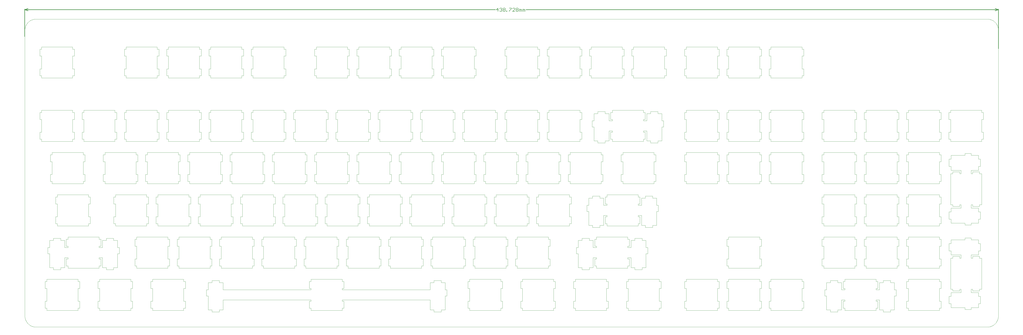
<source format=gm1>
G04*
G04 #@! TF.GenerationSoftware,Altium Limited,Altium Designer,20.2.6 (244)*
G04*
G04 Layer_Color=16711935*
%FSLAX25Y25*%
%MOIN*%
G70*
G04*
G04 #@! TF.SameCoordinates,8783345C-70B6-4638-A87A-2BD6F103B021*
G04*
G04*
G04 #@! TF.FilePolarity,Positive*
G04*
G01*
G75*
%ADD10C,0.01000*%
%ADD13C,0.00600*%
%ADD49C,0.00050*%
D10*
X1726902Y494835D02*
Y565300D01*
X-374Y516600D02*
Y565300D01*
X888756Y564300D02*
X1726902D01*
X-374D02*
X834572D01*
X1720902Y566300D02*
X1726902Y564300D01*
X1720902Y562300D02*
X1726902Y564300D01*
X-374D02*
X5626Y562300D01*
X-374Y564300D02*
X5626Y566300D01*
D13*
X839171Y560701D02*
Y566699D01*
X836172Y563700D01*
X840171D01*
X842170Y565699D02*
X843170Y566699D01*
X845169D01*
X846169Y565699D01*
Y564700D01*
X845169Y563700D01*
X844169D01*
X845169D01*
X846169Y562700D01*
Y561701D01*
X845169Y560701D01*
X843170D01*
X842170Y561701D01*
X848168Y565699D02*
X849168Y566699D01*
X851167D01*
X852167Y565699D01*
Y564700D01*
X851167Y563700D01*
X852167Y562700D01*
Y561701D01*
X851167Y560701D01*
X849168D01*
X848168Y561701D01*
Y562700D01*
X849168Y563700D01*
X848168Y564700D01*
Y565699D01*
X849168Y563700D02*
X851167D01*
X854166Y560701D02*
Y561701D01*
X855166D01*
Y560701D01*
X854166D01*
X859165Y566699D02*
X863163D01*
Y565699D01*
X859165Y561701D01*
Y560701D01*
X869161D02*
X865163D01*
X869161Y564700D01*
Y565699D01*
X868162Y566699D01*
X866162D01*
X865163Y565699D01*
X871161D02*
X872160Y566699D01*
X874160D01*
X875159Y565699D01*
Y564700D01*
X874160Y563700D01*
X875159Y562700D01*
Y561701D01*
X874160Y560701D01*
X872160D01*
X871161Y561701D01*
Y562700D01*
X872160Y563700D01*
X871161Y564700D01*
Y565699D01*
X872160Y563700D02*
X874160D01*
X877159Y560701D02*
Y564700D01*
X878158D01*
X879158Y563700D01*
Y560701D01*
Y563700D01*
X880158Y564700D01*
X881157Y563700D01*
Y560701D01*
X883157D02*
Y564700D01*
X884157D01*
X885156Y563700D01*
Y560701D01*
Y563700D01*
X886156Y564700D01*
X887156Y563700D01*
Y560701D01*
D49*
X984744Y458934D02*
X987897D01*
X984744Y481765D02*
X987897D01*
X984744Y493974D02*
X987897D01*
X1001476Y458934D02*
X1004630D01*
X1001476Y481765D02*
X1004630D01*
X1001476Y493974D02*
X1004630D01*
X1059744Y458934D02*
X1062897D01*
X1059744Y481765D02*
X1062897D01*
X1059744Y493974D02*
X1062897D01*
X984744Y458934D02*
Y481765D01*
Y493974D02*
Y497911D01*
X1004630Y458934D02*
Y481765D01*
Y493974D02*
Y497911D01*
X1059744Y458934D02*
Y481765D01*
Y493974D02*
Y497911D01*
X987897Y446730D02*
Y458934D01*
Y481765D02*
Y493974D01*
X1001476Y481765D02*
Y493974D01*
Y446730D02*
Y458934D01*
X1062897Y446730D02*
Y458934D01*
Y481765D02*
Y493974D01*
X1076476Y481765D02*
Y493974D01*
Y446730D02*
Y458934D01*
X1079630D01*
X1076476Y481765D02*
X1079630D01*
X1076476Y493974D02*
X1079630D01*
Y458934D02*
Y481765D01*
Y493974D02*
Y497911D01*
X929630D02*
X984744D01*
X1079630D02*
X1134744D01*
X1004630D02*
X1059744D01*
X29623D02*
X84744D01*
Y493974D02*
Y497911D01*
Y493974D02*
X87896D01*
Y481765D02*
Y493974D01*
X84744Y481765D02*
X87896D01*
X84744Y458934D02*
Y481765D01*
Y458934D02*
X87896D01*
Y446730D02*
Y458934D01*
X84744Y446730D02*
X87896D01*
X84744Y442789D02*
Y446730D01*
X29623Y442789D02*
X84744D01*
X29623D02*
Y446730D01*
X26476D02*
X29623D01*
X26476D02*
Y458934D01*
X29623D01*
Y481765D01*
X26476D02*
X29623D01*
X26476D02*
Y493974D01*
X29623D01*
Y497911D01*
X179629D02*
X234744D01*
Y493974D02*
Y497911D01*
Y493974D02*
X237897D01*
Y481765D02*
Y493974D01*
X234744Y481765D02*
X237897D01*
X234744Y458934D02*
Y481765D01*
Y458934D02*
X237897D01*
Y446730D02*
Y458934D01*
X234744Y446730D02*
X237897D01*
X234744Y442789D02*
Y446730D01*
X179629Y442789D02*
X234744D01*
X179629D02*
Y446730D01*
X176476D02*
X179629D01*
X176476D02*
Y458934D01*
X179629D01*
Y481765D01*
X176476D02*
X179629D01*
X176476D02*
Y493974D01*
X179629D01*
Y497911D01*
X254629D02*
X309744D01*
Y493974D02*
Y497911D01*
Y493974D02*
X312897D01*
Y481765D02*
Y493974D01*
X309744Y481765D02*
X312897D01*
X309744Y458934D02*
Y481765D01*
Y458934D02*
X312897D01*
Y446730D02*
Y458934D01*
X309744Y446730D02*
X312897D01*
X309744Y442789D02*
Y446730D01*
X254629Y442789D02*
X309744D01*
X254629D02*
Y446730D01*
X251476D02*
X254629D01*
X251476D02*
Y458934D01*
X254629D01*
Y481765D01*
X251476D02*
X254629D01*
X251476D02*
Y493974D01*
X254629D01*
Y497911D01*
X329629D02*
X384744D01*
Y493974D02*
Y497911D01*
Y493974D02*
X387891D01*
Y481765D02*
Y493974D01*
X384744Y481765D02*
X387891D01*
X384744Y458934D02*
Y481765D01*
Y458934D02*
X387891D01*
Y446730D02*
Y458934D01*
X384744Y446730D02*
X387891D01*
X384744Y442789D02*
Y446730D01*
X329629Y442789D02*
X384744D01*
X329629D02*
Y446730D01*
X326476D02*
X329629D01*
X326476D02*
Y458934D01*
X329629D01*
Y481765D01*
X326476D02*
X329629D01*
X326476D02*
Y493974D01*
X329629D01*
Y497911D01*
X404622D02*
X459744D01*
Y493974D02*
Y497911D01*
Y493974D02*
X462890D01*
Y481765D02*
Y493974D01*
X459744Y481765D02*
X462890D01*
X459744Y458934D02*
Y481765D01*
Y458934D02*
X462890D01*
Y446730D02*
Y458934D01*
X459744Y446730D02*
X462890D01*
X459744Y442789D02*
Y446730D01*
X404622Y442789D02*
X459744D01*
X404622D02*
Y446730D01*
X401476D02*
X404622D01*
X401476D02*
Y458934D01*
X404622D01*
Y481765D01*
X401476D02*
X404622D01*
X401476D02*
Y493974D01*
X404622D01*
Y497911D01*
X517130D02*
X572244D01*
Y493974D02*
Y497911D01*
Y493974D02*
X575397D01*
Y481765D02*
Y493974D01*
X572244Y481765D02*
X575397D01*
X572244Y458934D02*
Y481765D01*
Y458934D02*
X575397D01*
Y446730D02*
Y458934D01*
X572244Y446730D02*
X575397D01*
X572244Y442789D02*
Y446730D01*
X517130Y442789D02*
X572244D01*
X517130D02*
Y446730D01*
X513976D02*
X517130D01*
X513976D02*
Y458934D01*
X517130D01*
Y481765D01*
X513976D02*
X517130D01*
X513976D02*
Y493974D01*
X517130D01*
Y497911D01*
X592130D02*
X647244D01*
Y493974D02*
Y497911D01*
Y493974D02*
X650397D01*
Y481765D02*
Y493974D01*
X647244Y481765D02*
X650397D01*
X647244Y458934D02*
Y481765D01*
Y458934D02*
X650397D01*
Y446730D02*
Y458934D01*
X647244Y446730D02*
X650397D01*
X647244Y442789D02*
Y446730D01*
X592130Y442789D02*
X647244D01*
X592130D02*
Y446730D01*
X588976D02*
X592130D01*
X588976D02*
Y458934D01*
X592130D01*
Y481765D01*
X588976D02*
X592130D01*
X588976D02*
Y493974D01*
X592130D01*
Y497911D01*
X667130D02*
X722244D01*
Y493974D02*
Y497911D01*
Y493974D02*
X725397D01*
Y481765D02*
Y493974D01*
X722244Y481765D02*
X725397D01*
X722244Y458934D02*
Y481765D01*
Y458934D02*
X725397D01*
Y446730D02*
Y458934D01*
X722244Y446730D02*
X725397D01*
X722244Y442789D02*
Y446730D01*
X667130Y442789D02*
X722244D01*
X667130D02*
Y446730D01*
X663976D02*
X667130D01*
X663976D02*
Y458934D01*
X667130D01*
Y481765D01*
X663976D02*
X667130D01*
X663976D02*
Y493974D01*
X667130D01*
Y497911D01*
X742130D02*
X797244D01*
Y493974D02*
Y497911D01*
Y493974D02*
X800397D01*
Y481765D02*
Y493974D01*
X797244Y481765D02*
X800397D01*
X797244Y458934D02*
Y481765D01*
Y458934D02*
X800397D01*
Y446730D02*
Y458934D01*
X797244Y446730D02*
X800397D01*
X797244Y442789D02*
Y446730D01*
X742130Y442789D02*
X797244D01*
X742130D02*
Y446730D01*
X738976D02*
X742130D01*
X738976D02*
Y458934D01*
X742130D01*
Y481765D01*
X738976D02*
X742130D01*
X738976D02*
Y493974D01*
X742130D01*
Y497911D01*
X854630D02*
X909744D01*
Y493974D02*
Y497911D01*
Y493974D02*
X912897D01*
Y481765D02*
Y493974D01*
X909744Y481765D02*
X912897D01*
X909744Y458934D02*
Y481765D01*
Y458934D02*
X912897D01*
Y446730D02*
Y458934D01*
X909744Y446730D02*
X912897D01*
X909744Y442789D02*
Y446730D01*
X854630Y442789D02*
X909744D01*
X854630D02*
Y446730D01*
X851476D02*
X854630D01*
X851476D02*
Y458934D01*
X854630D01*
Y481765D01*
X851476D02*
X854630D01*
X851476D02*
Y493974D01*
X854630D01*
Y497911D01*
X984744Y446730D02*
X987897D01*
X984744Y442789D02*
Y446730D01*
X929630Y442789D02*
X984744D01*
X929630D02*
Y446730D01*
X926476D02*
X929630D01*
X926476D02*
Y458934D01*
X929630D01*
Y481765D01*
X926476D02*
X929630D01*
X926476D02*
Y493974D01*
X929630D01*
Y497911D01*
X1059744Y446730D02*
X1062897D01*
X1059744Y442789D02*
Y446730D01*
X1004630Y442789D02*
X1059744D01*
X1004630D02*
Y446730D01*
X1001476D02*
X1004630D01*
X1134744Y493974D02*
Y497911D01*
Y493974D02*
X1137897D01*
Y481765D02*
Y493974D01*
X1134744Y481765D02*
X1137897D01*
X1134744Y458934D02*
Y481765D01*
Y458934D02*
X1137897D01*
Y446730D02*
Y458934D01*
X1134744Y446730D02*
X1137897D01*
X1134744Y442789D02*
Y446730D01*
X1079630Y442789D02*
X1134744D01*
X1079630D02*
Y446730D01*
X1076476D02*
X1079630D01*
X1173378Y497911D02*
X1228492D01*
Y493974D02*
Y497911D01*
Y493974D02*
X1231642D01*
Y481765D02*
Y493974D01*
X1228492Y481765D02*
X1231642D01*
X1228492Y458934D02*
Y481765D01*
Y458934D02*
X1231642D01*
Y446730D02*
Y458934D01*
X1228492Y446730D02*
X1231642D01*
X1228492Y442789D02*
Y446730D01*
X1173378Y442789D02*
X1228492D01*
X1173378D02*
Y446730D01*
X1170224D02*
X1173378D01*
X1170224D02*
Y458934D01*
X1173378D01*
Y481765D01*
X1170224D02*
X1173378D01*
X1170224D02*
Y493974D01*
X1173378D01*
Y497911D01*
X1248378D02*
X1303492D01*
Y493974D02*
Y497911D01*
Y493974D02*
X1306642D01*
Y481765D02*
Y493974D01*
X1303492Y481765D02*
X1306642D01*
X1303492Y458934D02*
Y481765D01*
Y458934D02*
X1306642D01*
Y446730D02*
Y458934D01*
X1303492Y446730D02*
X1306642D01*
X1303492Y442789D02*
Y446730D01*
X1248378Y442789D02*
X1303492D01*
X1248378D02*
Y446730D01*
X1245224D02*
X1248378D01*
X1245224D02*
Y458934D01*
X1248378D01*
Y481765D01*
X1245224D02*
X1248378D01*
X1245224D02*
Y493974D01*
X1248378D01*
Y497911D01*
X1323378D02*
X1378492D01*
Y493974D02*
Y497911D01*
Y493974D02*
X1381642D01*
Y481765D02*
Y493974D01*
X1378492Y481765D02*
X1381642D01*
X1378492Y458934D02*
Y481765D01*
Y458934D02*
X1381642D01*
Y446730D02*
Y458934D01*
X1378492Y446730D02*
X1381642D01*
X1378492Y442789D02*
Y446730D01*
X1323378Y442789D02*
X1378492D01*
X1323378D02*
Y446730D01*
X1320224D02*
X1323378D01*
X1320224D02*
Y458934D01*
X1323378D01*
Y481765D01*
X1320224D02*
X1323378D01*
X1320224D02*
Y493974D01*
X1323378D01*
Y497911D01*
X29623Y385412D02*
X84744D01*
Y381473D02*
Y385412D01*
Y381473D02*
X87896D01*
Y369266D02*
Y381473D01*
X84744Y369266D02*
X87896D01*
X84744Y346435D02*
Y369266D01*
Y346435D02*
X87896D01*
Y334228D02*
Y346435D01*
X84744Y334228D02*
X87896D01*
X84744Y330290D02*
Y334228D01*
X29623Y330290D02*
X84744D01*
X29623D02*
Y334228D01*
X26476D02*
X29623D01*
X26476D02*
Y346435D01*
X29623D01*
Y369266D01*
X26476D02*
X29623D01*
X26476D02*
Y381473D01*
X29623D01*
Y385412D01*
X104628D02*
X159744D01*
Y381473D02*
Y385412D01*
Y381473D02*
X162897D01*
Y369266D02*
Y381473D01*
X159744Y369266D02*
X162897D01*
X159744Y346435D02*
Y369266D01*
Y346435D02*
X162897D01*
Y334228D02*
Y346435D01*
X159744Y334228D02*
X162897D01*
X159744Y330290D02*
Y334228D01*
X104628Y330290D02*
X159744D01*
X104628D02*
Y334228D01*
X101476D02*
X104628D01*
X101476D02*
Y346435D01*
X104628D01*
Y369266D01*
X101476D02*
X104628D01*
X101476D02*
Y381473D01*
X104628D01*
Y385412D01*
X179629D02*
X234744D01*
Y381473D02*
Y385412D01*
Y381473D02*
X237897D01*
Y369266D02*
Y381473D01*
X234744Y369266D02*
X237897D01*
X234744Y346435D02*
Y369266D01*
Y346435D02*
X237897D01*
Y334228D02*
Y346435D01*
X234744Y334228D02*
X237897D01*
X234744Y330290D02*
Y334228D01*
X179629Y330290D02*
X234744D01*
X179629D02*
Y334228D01*
X176476D02*
X179629D01*
X176476D02*
Y346435D01*
X179629D01*
Y369266D01*
X176476D02*
X179629D01*
X176476D02*
Y381473D01*
X179629D01*
Y385412D01*
X254629D02*
X309744D01*
Y381473D02*
Y385412D01*
Y381473D02*
X312897D01*
Y369266D02*
Y381473D01*
X309744Y369266D02*
X312897D01*
X309744Y346435D02*
Y369266D01*
Y346435D02*
X312897D01*
Y334228D02*
Y346435D01*
X309744Y334228D02*
X312897D01*
X309744Y330290D02*
Y334228D01*
X254629Y330290D02*
X309744D01*
X254629D02*
Y334228D01*
X251476D02*
X254629D01*
X251476D02*
Y346435D01*
X254629D01*
Y369266D01*
X251476D02*
X254629D01*
X251476D02*
Y381473D01*
X254629D01*
Y385412D01*
X329629D02*
X384744D01*
Y381473D02*
Y385412D01*
Y381473D02*
X387891D01*
Y369266D02*
Y381473D01*
X384744Y369266D02*
X387891D01*
X384744Y346435D02*
Y369266D01*
Y346435D02*
X387891D01*
Y334228D02*
Y346435D01*
X384744Y334228D02*
X387891D01*
X384744Y330290D02*
Y334228D01*
X329629Y330290D02*
X384744D01*
X329629D02*
Y334228D01*
X326476D02*
X329629D01*
X326476D02*
Y346435D01*
X329629D01*
Y369266D01*
X326476D02*
X329629D01*
X326476D02*
Y381473D01*
X329629D01*
Y385412D01*
X404622D02*
X459744D01*
Y381473D02*
Y385412D01*
Y381473D02*
X462890D01*
Y369266D02*
Y381473D01*
X459744Y369266D02*
X462890D01*
X459744Y346435D02*
Y369266D01*
Y346435D02*
X462890D01*
Y334228D02*
Y346435D01*
X459744Y334228D02*
X462890D01*
X459744Y330290D02*
Y334228D01*
X404622Y330290D02*
X459744D01*
X404622D02*
Y334228D01*
X401476D02*
X404622D01*
X401476D02*
Y346435D01*
X404622D01*
Y369266D01*
X401476D02*
X404622D01*
X401476D02*
Y381473D01*
X404622D01*
Y385412D01*
X479622D02*
X534744D01*
Y381473D02*
Y385412D01*
Y381473D02*
X537897D01*
Y369266D02*
Y381473D01*
X534744Y369266D02*
X537897D01*
X534744Y346435D02*
Y369266D01*
Y346435D02*
X537897D01*
Y334228D02*
Y346435D01*
X534744Y334228D02*
X537897D01*
X534744Y330290D02*
Y334228D01*
X479622Y330290D02*
X534744D01*
X479622D02*
Y334228D01*
X476476D02*
X479622D01*
X476476D02*
Y346435D01*
X479622D01*
Y369266D01*
X476476D02*
X479622D01*
X476476D02*
Y381473D01*
X479622D01*
Y385412D01*
X554630D02*
X609744D01*
Y381473D02*
Y385412D01*
Y381473D02*
X612897D01*
Y369266D02*
Y381473D01*
X609744Y369266D02*
X612897D01*
X609744Y346435D02*
Y369266D01*
Y346435D02*
X612897D01*
Y334228D02*
Y346435D01*
X609744Y334228D02*
X612897D01*
X609744Y330290D02*
Y334228D01*
X554630Y330290D02*
X609744D01*
X554630D02*
Y334228D01*
X551476D02*
X554630D01*
X551476D02*
Y346435D01*
X554630D01*
Y369266D01*
X551476D02*
X554630D01*
X551476D02*
Y381473D01*
X554630D01*
Y385412D01*
X629630D02*
X684744D01*
Y381473D02*
Y385412D01*
Y381473D02*
X687897D01*
Y369266D02*
Y381473D01*
X684744Y369266D02*
X687897D01*
X684744Y346435D02*
Y369266D01*
Y346435D02*
X687897D01*
Y334228D02*
Y346435D01*
X684744Y334228D02*
X687897D01*
X684744Y330290D02*
Y334228D01*
X629630Y330290D02*
X684744D01*
X629630D02*
Y334228D01*
X626476D02*
X629630D01*
X626476D02*
Y346435D01*
X629630D01*
Y369266D01*
X626476D02*
X629630D01*
X626476D02*
Y381473D01*
X629630D01*
Y385412D01*
X704630D02*
X759744D01*
Y381473D02*
Y385412D01*
Y381473D02*
X762897D01*
Y369266D02*
Y381473D01*
X759744Y369266D02*
X762897D01*
X759744Y346435D02*
Y369266D01*
Y346435D02*
X762897D01*
Y334228D02*
Y346435D01*
X759744Y334228D02*
X762897D01*
X759744Y330290D02*
Y334228D01*
X704630Y330290D02*
X759744D01*
X704630D02*
Y334228D01*
X701476D02*
X704630D01*
X701476D02*
Y346435D01*
X704630D01*
Y369266D01*
X701476D02*
X704630D01*
X701476D02*
Y381473D01*
X704630D01*
Y385412D01*
X779630D02*
X834744D01*
Y381473D02*
Y385412D01*
Y381473D02*
X837897D01*
Y369266D02*
Y381473D01*
X834744Y369266D02*
X837897D01*
X834744Y346435D02*
Y369266D01*
Y346435D02*
X837897D01*
Y334228D02*
Y346435D01*
X834744Y334228D02*
X837897D01*
X834744Y330290D02*
Y334228D01*
X779630Y330290D02*
X834744D01*
X779630D02*
Y334228D01*
X776476D02*
X779630D01*
X776476D02*
Y346435D01*
X779630D01*
Y369266D01*
X776476D02*
X779630D01*
X776476D02*
Y381473D01*
X779630D01*
Y385412D01*
X854630D02*
X909744D01*
Y381473D02*
Y385412D01*
Y381473D02*
X912897D01*
Y369266D02*
Y381473D01*
X909744Y369266D02*
X912897D01*
X909744Y346435D02*
Y369266D01*
Y346435D02*
X912897D01*
Y334228D02*
Y346435D01*
X909744Y334228D02*
X912897D01*
X909744Y330290D02*
Y334228D01*
X854630Y330290D02*
X909744D01*
X854630D02*
Y334228D01*
X851476D02*
X854630D01*
X851476D02*
Y346435D01*
X854630D01*
Y369266D01*
X851476D02*
X854630D01*
X851476D02*
Y381473D01*
X854630D01*
Y385412D01*
X929630D02*
X984744D01*
Y381473D02*
Y385412D01*
Y381473D02*
X987897D01*
Y369266D02*
Y381473D01*
X984744Y369266D02*
X987897D01*
X984744Y346435D02*
Y369266D01*
Y346435D02*
X987897D01*
Y334228D02*
Y346435D01*
X984744Y334228D02*
X987897D01*
X984744Y330290D02*
Y334228D01*
X929630Y330290D02*
X984744D01*
X929630D02*
Y334228D01*
X926476D02*
X929630D01*
X926476D02*
Y346435D01*
X929630D01*
Y369266D01*
X926476D02*
X929630D01*
X926476D02*
Y381473D01*
X929630D01*
Y385412D01*
X1173378D02*
X1228492D01*
Y381473D02*
Y385412D01*
Y381473D02*
X1231642D01*
Y369266D02*
Y381473D01*
X1228492Y369266D02*
X1231642D01*
X1228492Y346435D02*
Y369266D01*
Y346435D02*
X1231642D01*
Y334228D02*
Y346435D01*
X1228492Y334228D02*
X1231642D01*
X1228492Y330290D02*
Y334228D01*
X1173378Y330290D02*
X1228492D01*
X1173378D02*
Y334228D01*
X1170224D02*
X1173378D01*
X1170224D02*
Y346435D01*
X1173378D01*
Y369266D01*
X1170224D02*
X1173378D01*
X1170224D02*
Y381473D01*
X1173378D01*
Y385412D01*
X1248378D02*
X1303492D01*
Y381473D02*
Y385412D01*
Y381473D02*
X1306642D01*
Y369266D02*
Y381473D01*
X1303492Y369266D02*
X1306642D01*
X1303492Y346435D02*
Y369266D01*
Y346435D02*
X1306642D01*
Y334228D02*
Y346435D01*
X1303492Y334228D02*
X1306642D01*
X1303492Y330290D02*
Y334228D01*
X1248378Y330290D02*
X1303492D01*
X1248378D02*
Y334228D01*
X1245224D02*
X1248378D01*
X1245224D02*
Y346435D01*
X1248378D01*
Y369266D01*
X1245224D02*
X1248378D01*
X1245224D02*
Y381473D01*
X1248378D01*
Y385412D01*
X1323378D02*
X1378492D01*
Y381473D02*
Y385412D01*
Y381473D02*
X1381642D01*
Y369266D02*
Y381473D01*
X1378492Y369266D02*
X1381642D01*
X1378492Y346435D02*
Y369266D01*
Y346435D02*
X1381642D01*
Y334228D02*
Y346435D01*
X1378492Y334228D02*
X1381642D01*
X1378492Y330290D02*
Y334228D01*
X1323378Y330290D02*
X1378492D01*
X1323378D02*
Y334228D01*
X1320224D02*
X1323378D01*
X1320224D02*
Y346435D01*
X1323378D01*
Y369266D01*
X1320224D02*
X1323378D01*
X1320224D02*
Y381473D01*
X1323378D01*
Y385412D01*
X1417126D02*
X1472252D01*
Y381473D02*
Y385412D01*
Y381473D02*
X1475390D01*
Y369266D02*
Y381473D01*
X1472252Y369266D02*
X1475390D01*
X1472252Y346435D02*
Y369266D01*
Y346435D02*
X1475390D01*
Y334228D02*
Y346435D01*
X1472252Y334228D02*
X1475390D01*
X1472252Y330290D02*
Y334228D01*
X1417126Y330290D02*
X1472252D01*
X1417126D02*
Y334228D01*
X1413972D02*
X1417126D01*
X1413972D02*
Y346435D01*
X1417126D01*
Y369266D01*
X1413972D02*
X1417126D01*
X1413972D02*
Y381473D01*
X1417126D01*
Y385412D01*
X1492126D02*
X1547252D01*
Y381473D02*
Y385412D01*
Y381473D02*
X1550390D01*
Y369266D02*
Y381473D01*
X1547252Y369266D02*
X1550390D01*
X1547252Y346435D02*
Y369266D01*
Y346435D02*
X1550390D01*
Y334228D02*
Y346435D01*
X1547252Y334228D02*
X1550390D01*
X1547252Y330290D02*
Y334228D01*
X1492126Y330290D02*
X1547252D01*
X1492126D02*
Y334228D01*
X1488972D02*
X1492126D01*
X1488972D02*
Y346435D01*
X1492126D01*
Y369266D01*
X1488972D02*
X1492126D01*
X1488972D02*
Y381473D01*
X1492126D01*
Y385412D01*
X1567126D02*
X1622252D01*
Y381473D02*
Y385412D01*
Y381473D02*
X1625390D01*
Y369266D02*
Y381473D01*
X1622252Y369266D02*
X1625390D01*
X1622252Y346435D02*
Y369266D01*
Y346435D02*
X1625390D01*
Y334228D02*
Y346435D01*
X1622252Y334228D02*
X1625390D01*
X1622252Y330290D02*
Y334228D01*
X1567126Y330290D02*
X1622252D01*
X1567126D02*
Y334228D01*
X1563972D02*
X1567126D01*
X1563972D02*
Y346435D01*
X1567126D01*
Y369266D01*
X1563972D02*
X1567126D01*
X1563972D02*
Y381473D01*
X1567126D01*
Y385412D01*
X1642126D02*
X1697252D01*
Y381473D02*
Y385412D01*
Y381473D02*
X1700390D01*
Y369266D02*
Y381473D01*
X1697252Y369266D02*
X1700390D01*
X1697252Y346435D02*
Y369266D01*
Y346435D02*
X1700390D01*
Y334228D02*
Y346435D01*
X1697252Y334228D02*
X1700390D01*
X1697252Y330290D02*
Y334228D01*
X1642126Y330290D02*
X1697252D01*
X1642126D02*
Y334228D01*
X1638972D02*
X1642126D01*
X1638972D02*
Y346435D01*
X1642126D01*
Y369266D01*
X1638972D02*
X1642126D01*
X1638972D02*
Y381473D01*
X1642126D01*
Y385412D01*
X1042130D02*
X1097244D01*
Y381473D02*
Y385412D01*
Y381473D02*
X1100397D01*
Y369266D02*
Y381473D01*
X1097244Y369266D02*
X1100397D01*
X1097244Y366905D02*
Y369266D01*
Y366905D02*
X1103248D01*
Y379623D01*
X1110043D01*
Y383246D01*
X1123031D01*
Y379623D02*
Y383246D01*
Y379623D02*
X1129823D01*
Y366905D02*
Y379623D01*
Y366905D02*
X1133075D01*
Y355881D02*
Y366905D01*
X1129823Y355881D02*
X1133075D01*
X1129823Y331195D02*
Y355881D01*
X1123031Y331195D02*
X1129823D01*
X1123031Y327338D02*
Y331195D01*
X1110043Y327338D02*
X1123031D01*
X1110043D02*
Y331195D01*
X1103248D02*
X1110043D01*
X1103248D02*
Y348795D01*
X1097244D02*
X1103248D01*
X1097244Y346435D02*
Y348795D01*
Y346435D02*
X1100397D01*
Y334228D02*
Y346435D01*
X1097244Y334228D02*
X1100397D01*
X1097244Y330290D02*
Y334228D01*
X1042130Y330290D02*
X1097244D01*
X1042130D02*
Y334228D01*
X1038976D02*
X1042130D01*
X1038976D02*
Y346435D01*
X1042130D01*
Y348795D01*
X1036122D02*
X1042130D01*
X1036122Y331195D02*
Y348795D01*
X1029334Y331195D02*
X1036122D01*
X1029334Y327338D02*
Y331195D01*
X1016342Y327338D02*
X1029334D01*
X1016342D02*
Y331195D01*
X1009551D02*
X1016342D01*
X1009551D02*
Y355881D01*
X1006299D02*
X1009551D01*
X1006299D02*
Y366905D01*
X1009551D01*
Y379623D01*
X1016342D01*
Y383246D01*
X1029334D01*
Y379623D02*
Y383246D01*
Y379623D02*
X1036122D01*
Y366905D02*
Y379623D01*
Y366905D02*
X1042130D01*
Y369266D01*
X1038976D02*
X1042130D01*
X1038976D02*
Y381473D01*
X1042130D01*
Y385412D01*
X48378Y310412D02*
X103494D01*
Y306473D02*
Y310412D01*
Y306473D02*
X106641D01*
Y294266D02*
Y306473D01*
X103494Y294266D02*
X106641D01*
X103494Y271435D02*
Y294266D01*
Y271435D02*
X106641D01*
Y259228D02*
Y271435D01*
X103494Y259228D02*
X106641D01*
X103494Y255290D02*
Y259228D01*
X48378Y255290D02*
X103494D01*
X48378D02*
Y259228D01*
X45226D02*
X48378D01*
X45226D02*
Y271435D01*
X48378D01*
Y294266D01*
X45226D02*
X48378D01*
X45226D02*
Y306473D01*
X48378D01*
Y310412D01*
X142129D02*
X197244D01*
Y306473D02*
Y310412D01*
Y306473D02*
X200397D01*
Y294266D02*
Y306473D01*
X197244Y294266D02*
X200397D01*
X197244Y271435D02*
Y294266D01*
Y271435D02*
X200397D01*
Y259228D02*
Y271435D01*
X197244Y259228D02*
X200397D01*
X197244Y255290D02*
Y259228D01*
X142129Y255290D02*
X197244D01*
X142129D02*
Y259228D01*
X138976D02*
X142129D01*
X138976D02*
Y271435D01*
X142129D01*
Y294266D01*
X138976D02*
X142129D01*
X138976D02*
Y306473D01*
X142129D01*
Y310412D01*
X217129D02*
X272244D01*
Y306473D02*
Y310412D01*
Y306473D02*
X275397D01*
Y294266D02*
Y306473D01*
X272244Y294266D02*
X275397D01*
X272244Y271435D02*
Y294266D01*
Y271435D02*
X275397D01*
Y259228D02*
Y271435D01*
X272244Y259228D02*
X275397D01*
X272244Y255290D02*
Y259228D01*
X217129Y255290D02*
X272244D01*
X217129D02*
Y259228D01*
X213976D02*
X217129D01*
X213976D02*
Y271435D01*
X217129D01*
Y294266D01*
X213976D02*
X217129D01*
X213976D02*
Y306473D01*
X217129D01*
Y310412D01*
X292129D02*
X347244D01*
Y306473D02*
Y310412D01*
Y306473D02*
X350397D01*
Y294266D02*
Y306473D01*
X347244Y294266D02*
X350397D01*
X347244Y271435D02*
Y294266D01*
Y271435D02*
X350397D01*
Y259228D02*
Y271435D01*
X347244Y259228D02*
X350397D01*
X347244Y255290D02*
Y259228D01*
X292129Y255290D02*
X347244D01*
X292129D02*
Y259228D01*
X288976D02*
X292129D01*
X288976D02*
Y271435D01*
X292129D01*
Y294266D01*
X288976D02*
X292129D01*
X288976D02*
Y306473D01*
X292129D01*
Y310412D01*
X367129D02*
X422244D01*
Y306473D02*
Y310412D01*
Y306473D02*
X425397D01*
Y294266D02*
Y306473D01*
X422244Y294266D02*
X425397D01*
X422244Y271435D02*
Y294266D01*
Y271435D02*
X425397D01*
Y259228D02*
Y271435D01*
X422244Y259228D02*
X425397D01*
X422244Y255290D02*
Y259228D01*
X367129Y255290D02*
X422244D01*
X367129D02*
Y259228D01*
X363976D02*
X367129D01*
X363976D02*
Y271435D01*
X367129D01*
Y294266D01*
X363976D02*
X367129D01*
X363976D02*
Y306473D01*
X367129D01*
Y310412D01*
X442130D02*
X497244D01*
Y306473D02*
Y310412D01*
Y306473D02*
X500397D01*
Y294266D02*
Y306473D01*
X497244Y294266D02*
X500397D01*
X497244Y271435D02*
Y294266D01*
Y271435D02*
X500397D01*
Y259228D02*
Y271435D01*
X497244Y259228D02*
X500397D01*
X497244Y255290D02*
Y259228D01*
X442130Y255290D02*
X497244D01*
X442130D02*
Y259228D01*
X438976D02*
X442130D01*
X438976D02*
Y271435D01*
X442130D01*
Y294266D01*
X438976D02*
X442130D01*
X438976D02*
Y306473D01*
X442130D01*
Y310412D01*
X517130D02*
X572244D01*
Y306473D02*
Y310412D01*
Y306473D02*
X575397D01*
Y294266D02*
Y306473D01*
X572244Y294266D02*
X575397D01*
X572244Y271435D02*
Y294266D01*
Y271435D02*
X575397D01*
Y259228D02*
Y271435D01*
X572244Y259228D02*
X575397D01*
X572244Y255290D02*
Y259228D01*
X517130Y255290D02*
X572244D01*
X517130D02*
Y259228D01*
X513976D02*
X517130D01*
X513976D02*
Y271435D01*
X517130D01*
Y294266D01*
X513976D02*
X517130D01*
X513976D02*
Y306473D01*
X517130D01*
Y310412D01*
X592130D02*
X647244D01*
Y306473D02*
Y310412D01*
Y306473D02*
X650397D01*
Y294266D02*
Y306473D01*
X647244Y294266D02*
X650397D01*
X647244Y271435D02*
Y294266D01*
Y271435D02*
X650397D01*
Y259228D02*
Y271435D01*
X647244Y259228D02*
X650397D01*
X647244Y255290D02*
Y259228D01*
X592130Y255290D02*
X647244D01*
X592130D02*
Y259228D01*
X588976D02*
X592130D01*
X588976D02*
Y271435D01*
X592130D01*
Y294266D01*
X588976D02*
X592130D01*
X588976D02*
Y306473D01*
X592130D01*
Y310412D01*
X667130D02*
X722244D01*
Y306473D02*
Y310412D01*
Y306473D02*
X725397D01*
Y294266D02*
Y306473D01*
X722244Y294266D02*
X725397D01*
X722244Y271435D02*
Y294266D01*
Y271435D02*
X725397D01*
Y259228D02*
Y271435D01*
X722244Y259228D02*
X725397D01*
X722244Y255290D02*
Y259228D01*
X667130Y255290D02*
X722244D01*
X667130D02*
Y259228D01*
X663976D02*
X667130D01*
X663976D02*
Y271435D01*
X667130D01*
Y294266D01*
X663976D02*
X667130D01*
X663976D02*
Y306473D01*
X667130D01*
Y310412D01*
X742130D02*
X797244D01*
Y306473D02*
Y310412D01*
Y306473D02*
X800397D01*
Y294266D02*
Y306473D01*
X797244Y294266D02*
X800397D01*
X797244Y271435D02*
Y294266D01*
Y271435D02*
X800397D01*
Y259228D02*
Y271435D01*
X797244Y259228D02*
X800397D01*
X797244Y255290D02*
Y259228D01*
X742130Y255290D02*
X797244D01*
X742130D02*
Y259228D01*
X738976D02*
X742130D01*
X738976D02*
Y271435D01*
X742130D01*
Y294266D01*
X738976D02*
X742130D01*
X738976D02*
Y306473D01*
X742130D01*
Y310412D01*
X817130D02*
X872244D01*
Y306473D02*
Y310412D01*
Y306473D02*
X875397D01*
Y294266D02*
Y306473D01*
X872244Y294266D02*
X875397D01*
X872244Y271435D02*
Y294266D01*
Y271435D02*
X875397D01*
Y259228D02*
Y271435D01*
X872244Y259228D02*
X875397D01*
X872244Y255290D02*
Y259228D01*
X817130Y255290D02*
X872244D01*
X817130D02*
Y259228D01*
X813976D02*
X817130D01*
X813976D02*
Y271435D01*
X817130D01*
Y294266D01*
X813976D02*
X817130D01*
X813976D02*
Y306473D01*
X817130D01*
Y310412D01*
X892130D02*
X947244D01*
Y306473D02*
Y310412D01*
Y306473D02*
X950397D01*
Y294266D02*
Y306473D01*
X947244Y294266D02*
X950397D01*
X947244Y271435D02*
Y294266D01*
Y271435D02*
X950397D01*
Y259228D02*
Y271435D01*
X947244Y259228D02*
X950397D01*
X947244Y255290D02*
Y259228D01*
X892130Y255290D02*
X947244D01*
X892130D02*
Y259228D01*
X888976D02*
X892130D01*
X888976D02*
Y271435D01*
X892130D01*
Y294266D01*
X888976D02*
X892130D01*
X888976D02*
Y306473D01*
X892130D01*
Y310412D01*
X967130D02*
X1022244D01*
Y306473D02*
Y310412D01*
Y306473D02*
X1025397D01*
Y294266D02*
Y306473D01*
X1022244Y294266D02*
X1025397D01*
X1022244Y271435D02*
Y294266D01*
Y271435D02*
X1025397D01*
Y259228D02*
Y271435D01*
X1022244Y259228D02*
X1025397D01*
X1022244Y255290D02*
Y259228D01*
X967130Y255290D02*
X1022244D01*
X967130D02*
Y259228D01*
X963976D02*
X967130D01*
X963976D02*
Y271435D01*
X967130D01*
Y294266D01*
X963976D02*
X967130D01*
X963976D02*
Y306473D01*
X967130D01*
Y310412D01*
X1060878D02*
X1115992D01*
Y306473D02*
Y310412D01*
Y306473D02*
X1119142D01*
Y294266D02*
Y306473D01*
X1115992Y294266D02*
X1119142D01*
X1115992Y271435D02*
Y294266D01*
Y271435D02*
X1119142D01*
Y259228D02*
Y271435D01*
X1115992Y259228D02*
X1119142D01*
X1115992Y255290D02*
Y259228D01*
X1060878Y255290D02*
X1115992D01*
X1060878D02*
Y259228D01*
X1057724D02*
X1060878D01*
X1057724D02*
Y271435D01*
X1060878D01*
Y294266D01*
X1057724D02*
X1060878D01*
X1057724D02*
Y306473D01*
X1060878D01*
Y310412D01*
X1173378D02*
X1228492D01*
Y306473D02*
Y310412D01*
Y306473D02*
X1231642D01*
Y294266D02*
Y306473D01*
X1228492Y294266D02*
X1231642D01*
X1228492Y271435D02*
Y294266D01*
Y271435D02*
X1231642D01*
Y259228D02*
Y271435D01*
X1228492Y259228D02*
X1231642D01*
X1228492Y255290D02*
Y259228D01*
X1173378Y255290D02*
X1228492D01*
X1173378D02*
Y259228D01*
X1170224D02*
X1173378D01*
X1170224D02*
Y271435D01*
X1173378D01*
Y294266D01*
X1170224D02*
X1173378D01*
X1170224D02*
Y306473D01*
X1173378D01*
Y310412D01*
X1248378D02*
X1303492D01*
Y306473D02*
Y310412D01*
Y306473D02*
X1306642D01*
Y294266D02*
Y306473D01*
X1303492Y294266D02*
X1306642D01*
X1303492Y271435D02*
Y294266D01*
Y271435D02*
X1306642D01*
Y259228D02*
Y271435D01*
X1303492Y259228D02*
X1306642D01*
X1303492Y255290D02*
Y259228D01*
X1248378Y255290D02*
X1303492D01*
X1248378D02*
Y259228D01*
X1245224D02*
X1248378D01*
X1245224D02*
Y271435D01*
X1248378D01*
Y294266D01*
X1245224D02*
X1248378D01*
X1245224D02*
Y306473D01*
X1248378D01*
Y310412D01*
X1323378D02*
X1378492D01*
Y306473D02*
Y310412D01*
Y306473D02*
X1381642D01*
Y294266D02*
Y306473D01*
X1378492Y294266D02*
X1381642D01*
X1378492Y271435D02*
Y294266D01*
Y271435D02*
X1381642D01*
Y259228D02*
Y271435D01*
X1378492Y259228D02*
X1381642D01*
X1378492Y255290D02*
Y259228D01*
X1323378Y255290D02*
X1378492D01*
X1323378D02*
Y259228D01*
X1320224D02*
X1323378D01*
X1320224D02*
Y271435D01*
X1323378D01*
Y294266D01*
X1320224D02*
X1323378D01*
X1320224D02*
Y306473D01*
X1323378D01*
Y310412D01*
X1417126D02*
X1472252D01*
Y306473D02*
Y310412D01*
Y306473D02*
X1475390D01*
Y294266D02*
Y306473D01*
X1472252Y294266D02*
X1475390D01*
X1472252Y271435D02*
Y294266D01*
Y271435D02*
X1475390D01*
Y259228D02*
Y271435D01*
X1472252Y259228D02*
X1475390D01*
X1472252Y255290D02*
Y259228D01*
X1417126Y255290D02*
X1472252D01*
X1417126D02*
Y259228D01*
X1413972D02*
X1417126D01*
X1413972D02*
Y271435D01*
X1417126D01*
Y294266D01*
X1413972D02*
X1417126D01*
X1413972D02*
Y306473D01*
X1417126D01*
Y310412D01*
X1492126D02*
X1547252D01*
Y306473D02*
Y310412D01*
Y306473D02*
X1550390D01*
Y294266D02*
Y306473D01*
X1547252Y294266D02*
X1550390D01*
X1547252Y271435D02*
Y294266D01*
Y271435D02*
X1550390D01*
Y259228D02*
Y271435D01*
X1547252Y259228D02*
X1550390D01*
X1547252Y255290D02*
Y259228D01*
X1492126Y255290D02*
X1547252D01*
X1492126D02*
Y259228D01*
X1488972D02*
X1492126D01*
X1488972D02*
Y271435D01*
X1492126D01*
Y294266D01*
X1488972D02*
X1492126D01*
X1488972D02*
Y306473D01*
X1492126D01*
Y310412D01*
X1567126D02*
X1622252D01*
Y306473D02*
Y310412D01*
Y306473D02*
X1625390D01*
Y294266D02*
Y306473D01*
X1622252Y294266D02*
X1625390D01*
X1622252Y271435D02*
Y294266D01*
Y271435D02*
X1625390D01*
Y259228D02*
Y271435D01*
X1622252Y259228D02*
X1625390D01*
X1622252Y255290D02*
Y259228D01*
X1567126Y255290D02*
X1622252D01*
X1567126D02*
Y259228D01*
X1563972D02*
X1567126D01*
X1563972D02*
Y271435D01*
X1567126D01*
Y294266D01*
X1563972D02*
X1567126D01*
X1563972D02*
Y306473D01*
X1567126D01*
Y310412D01*
X1667724Y308735D02*
X1678736D01*
Y305491D02*
Y308735D01*
Y305491D02*
X1691460D01*
Y298698D02*
Y305491D01*
Y298698D02*
X1695082D01*
Y285705D02*
Y298698D01*
X1691460Y285705D02*
X1695082D01*
X1691460Y278912D02*
Y285705D01*
X1678736Y278912D02*
X1691460D01*
X1678736Y272912D02*
Y278912D01*
Y272912D02*
X1681098D01*
Y276058D01*
X1693307D01*
Y272912D02*
Y276058D01*
Y272912D02*
X1697252D01*
Y217790D02*
Y272912D01*
X1693307Y217790D02*
X1697252D01*
X1693307Y214643D02*
Y217790D01*
X1681098Y214643D02*
X1693307D01*
X1681098D02*
Y217790D01*
X1678736D02*
X1681098D01*
X1678736Y211790D02*
Y217790D01*
Y211790D02*
X1691460D01*
Y204996D02*
Y211790D01*
Y204996D02*
X1695082D01*
Y192004D02*
Y204996D01*
X1691460Y192004D02*
X1695082D01*
X1691460Y185211D02*
Y192004D01*
X1678736Y185211D02*
X1691460D01*
X1678736Y181966D02*
Y185211D01*
X1667724Y181966D02*
X1678736D01*
X1667724D02*
Y185211D01*
X1643027D02*
X1667724D01*
X1643027D02*
Y192004D01*
X1639181D02*
X1643027D01*
X1639181D02*
Y204996D01*
X1643027D01*
Y211790D01*
X1660642D01*
Y217790D01*
X1658264D02*
X1660642D01*
X1658264Y214643D02*
Y217790D01*
X1646071Y214643D02*
X1658264D01*
X1646071D02*
Y217790D01*
X1642126D02*
X1646071D01*
X1642126D02*
Y272912D01*
X1646071D01*
Y276058D01*
X1658264D01*
Y272912D02*
Y276058D01*
Y272912D02*
X1660642D01*
Y278912D01*
X1643027D02*
X1660642D01*
X1643027D02*
Y285705D01*
X1639181D02*
X1643027D01*
X1639181D02*
Y298698D01*
X1643027D01*
Y305491D01*
X1667724D01*
Y308735D01*
X57747Y235412D02*
X112869D01*
Y231473D02*
Y235412D01*
Y231473D02*
X116016D01*
Y219266D02*
Y231473D01*
X112869Y219266D02*
X116016D01*
X112869Y196435D02*
Y219266D01*
Y196435D02*
X116016D01*
Y184229D02*
Y196435D01*
X112869Y184229D02*
X116016D01*
X112869Y180290D02*
Y184229D01*
X57747Y180290D02*
X112869D01*
X57747D02*
Y184229D01*
X54601D02*
X57747D01*
X54601D02*
Y196435D01*
X57747D01*
Y219266D01*
X54601D02*
X57747D01*
X54601D02*
Y231473D01*
X57747D01*
Y235412D01*
X160879D02*
X215994D01*
Y231473D02*
Y235412D01*
Y231473D02*
X219141D01*
Y219266D02*
Y231473D01*
X215994Y219266D02*
X219141D01*
X215994Y196435D02*
Y219266D01*
Y196435D02*
X219141D01*
Y184229D02*
Y196435D01*
X215994Y184229D02*
X219141D01*
X215994Y180290D02*
Y184229D01*
X160879Y180290D02*
X215994D01*
X160879D02*
Y184229D01*
X157726D02*
X160879D01*
X157726D02*
Y196435D01*
X160879D01*
Y219266D01*
X157726D02*
X160879D01*
X157726D02*
Y231473D01*
X160879D01*
Y235412D01*
X235879D02*
X290994D01*
Y231473D02*
Y235412D01*
Y231473D02*
X294141D01*
Y219266D02*
Y231473D01*
X290994Y219266D02*
X294141D01*
X290994Y196435D02*
Y219266D01*
Y196435D02*
X294141D01*
Y184229D02*
Y196435D01*
X290994Y184229D02*
X294141D01*
X290994Y180290D02*
Y184229D01*
X235879Y180290D02*
X290994D01*
X235879D02*
Y184229D01*
X232720D02*
X235879D01*
X232720D02*
Y196435D01*
X235879D01*
Y219266D01*
X232720D02*
X235879D01*
X232720D02*
Y231473D01*
X235879D01*
Y235412D01*
X310879D02*
X365994D01*
Y231473D02*
Y235412D01*
Y231473D02*
X369141D01*
Y219266D02*
Y231473D01*
X365994Y219266D02*
X369141D01*
X365994Y196435D02*
Y219266D01*
Y196435D02*
X369141D01*
Y184229D02*
Y196435D01*
X365994Y184229D02*
X369141D01*
X365994Y180290D02*
Y184229D01*
X310879Y180290D02*
X365994D01*
X310879D02*
Y184229D01*
X307726D02*
X310879D01*
X307726D02*
Y196435D01*
X310879D01*
Y219266D01*
X307726D02*
X310879D01*
X307726D02*
Y231473D01*
X310879D01*
Y235412D01*
X385879D02*
X440992D01*
Y231473D02*
Y235412D01*
Y231473D02*
X444142D01*
Y219266D02*
Y231473D01*
X440992Y219266D02*
X444142D01*
X440992Y196435D02*
Y219266D01*
Y196435D02*
X444142D01*
Y184229D02*
Y196435D01*
X440992Y184229D02*
X444142D01*
X440992Y180290D02*
Y184229D01*
X385879Y180290D02*
X440992D01*
X385879D02*
Y184229D01*
X382726D02*
X385879D01*
X382726D02*
Y196435D01*
X385879D01*
Y219266D01*
X382726D02*
X385879D01*
X382726D02*
Y231473D01*
X385879D01*
Y235412D01*
X460878D02*
X515992D01*
Y231473D02*
Y235412D01*
Y231473D02*
X519142D01*
Y219266D02*
Y231473D01*
X515992Y219266D02*
X519142D01*
X515992Y196435D02*
Y219266D01*
Y196435D02*
X519142D01*
Y184229D02*
Y196435D01*
X515992Y184229D02*
X519142D01*
X515992Y180290D02*
Y184229D01*
X460878Y180290D02*
X515992D01*
X460878D02*
Y184229D01*
X457724D02*
X460878D01*
X457724D02*
Y196435D01*
X460878D01*
Y219266D01*
X457724D02*
X460878D01*
X457724D02*
Y231473D01*
X460878D01*
Y235412D01*
X535878D02*
X590992D01*
Y231473D02*
Y235412D01*
Y231473D02*
X594142D01*
Y219266D02*
Y231473D01*
X590992Y219266D02*
X594142D01*
X590992Y196435D02*
Y219266D01*
Y196435D02*
X594142D01*
Y184229D02*
Y196435D01*
X590992Y184229D02*
X594142D01*
X590992Y180290D02*
Y184229D01*
X535878Y180290D02*
X590992D01*
X535878D02*
Y184229D01*
X532724D02*
X535878D01*
X532724D02*
Y196435D01*
X535878D01*
Y219266D01*
X532724D02*
X535878D01*
X532724D02*
Y231473D01*
X535878D01*
Y235412D01*
X610878D02*
X665992D01*
Y231473D02*
Y235412D01*
Y231473D02*
X669142D01*
Y219266D02*
Y231473D01*
X665992Y219266D02*
X669142D01*
X665992Y196435D02*
Y219266D01*
Y196435D02*
X669142D01*
Y184229D02*
Y196435D01*
X665992Y184229D02*
X669142D01*
X665992Y180290D02*
Y184229D01*
X610878Y180290D02*
X665992D01*
X610878D02*
Y184229D01*
X607724D02*
X610878D01*
X607724D02*
Y196435D01*
X610878D01*
Y219266D01*
X607724D02*
X610878D01*
X607724D02*
Y231473D01*
X610878D01*
Y235412D01*
X685878D02*
X740992D01*
Y231473D02*
Y235412D01*
Y231473D02*
X744142D01*
Y219266D02*
Y231473D01*
X740992Y219266D02*
X744142D01*
X740992Y196435D02*
Y219266D01*
Y196435D02*
X744142D01*
Y184229D02*
Y196435D01*
X740992Y184229D02*
X744142D01*
X740992Y180290D02*
Y184229D01*
X685878Y180290D02*
X740992D01*
X685878D02*
Y184229D01*
X682724D02*
X685878D01*
X682724D02*
Y196435D01*
X685878D01*
Y219266D01*
X682724D02*
X685878D01*
X682724D02*
Y231473D01*
X685878D01*
Y235412D01*
X760878D02*
X815992D01*
Y231473D02*
Y235412D01*
Y231473D02*
X819142D01*
Y219266D02*
Y231473D01*
X815992Y219266D02*
X819142D01*
X815992Y196435D02*
Y219266D01*
Y196435D02*
X819142D01*
Y184229D02*
Y196435D01*
X815992Y184229D02*
X819142D01*
X815992Y180290D02*
Y184229D01*
X760878Y180290D02*
X815992D01*
X760878D02*
Y184229D01*
X757724D02*
X760878D01*
X757724D02*
Y196435D01*
X760878D01*
Y219266D01*
X757724D02*
X760878D01*
X757724D02*
Y231473D01*
X760878D01*
Y235412D01*
X835878D02*
X890992D01*
Y231473D02*
Y235412D01*
Y231473D02*
X894142D01*
Y219266D02*
Y231473D01*
X890992Y219266D02*
X894142D01*
X890992Y196435D02*
Y219266D01*
Y196435D02*
X894142D01*
Y184229D02*
Y196435D01*
X890992Y184229D02*
X894142D01*
X890992Y180290D02*
Y184229D01*
X835878Y180290D02*
X890992D01*
X835878D02*
Y184229D01*
X832724D02*
X835878D01*
X832724D02*
Y196435D01*
X835878D01*
Y219266D01*
X832724D02*
X835878D01*
X832724D02*
Y231473D01*
X835878D01*
Y235412D01*
X910878D02*
X965992D01*
Y231473D02*
Y235412D01*
Y231473D02*
X969142D01*
Y219266D02*
Y231473D01*
X965992Y219266D02*
X969142D01*
X965992Y196435D02*
Y219266D01*
Y196435D02*
X969142D01*
Y184229D02*
Y196435D01*
X965992Y184229D02*
X969142D01*
X965992Y180290D02*
Y184229D01*
X910878Y180290D02*
X965992D01*
X910878D02*
Y184229D01*
X907724D02*
X910878D01*
X907724D02*
Y196435D01*
X910878D01*
Y219266D01*
X907724D02*
X910878D01*
X907724D02*
Y231473D01*
X910878D01*
Y235412D01*
X1417126D02*
X1472252D01*
Y231473D02*
Y235412D01*
Y231473D02*
X1475390D01*
Y219266D02*
Y231473D01*
X1472252Y219266D02*
X1475390D01*
X1472252Y196435D02*
Y219266D01*
Y196435D02*
X1475390D01*
Y184229D02*
Y196435D01*
X1472252Y184229D02*
X1475390D01*
X1472252Y180290D02*
Y184229D01*
X1417126Y180290D02*
X1472252D01*
X1417126D02*
Y184229D01*
X1413972D02*
X1417126D01*
X1413972D02*
Y196435D01*
X1417126D01*
Y219266D01*
X1413972D02*
X1417126D01*
X1413972D02*
Y231473D01*
X1417126D01*
Y235412D01*
X1492126D02*
X1547252D01*
Y231473D02*
Y235412D01*
Y231473D02*
X1550390D01*
Y219266D02*
Y231473D01*
X1547252Y219266D02*
X1550390D01*
X1547252Y196435D02*
Y219266D01*
Y196435D02*
X1550390D01*
Y184229D02*
Y196435D01*
X1547252Y184229D02*
X1550390D01*
X1547252Y180290D02*
Y184229D01*
X1492126Y180290D02*
X1547252D01*
X1492126D02*
Y184229D01*
X1488972D02*
X1492126D01*
X1488972D02*
Y196435D01*
X1492126D01*
Y219266D01*
X1488972D02*
X1492126D01*
X1488972D02*
Y231473D01*
X1492126D01*
Y235412D01*
X1567126D02*
X1622252D01*
Y231473D02*
Y235412D01*
Y231473D02*
X1625390D01*
Y219266D02*
Y231473D01*
X1622252Y219266D02*
X1625390D01*
X1622252Y196435D02*
Y219266D01*
Y196435D02*
X1625390D01*
Y184229D02*
Y196435D01*
X1622252Y184229D02*
X1625390D01*
X1622252Y180290D02*
Y184229D01*
X1567126Y180290D02*
X1622252D01*
X1567126D02*
Y184229D01*
X1563972D02*
X1567126D01*
X1563972D02*
Y196435D01*
X1567126D01*
Y219266D01*
X1563972D02*
X1567126D01*
X1563972D02*
Y231473D01*
X1567126D01*
Y235412D01*
X1032748D02*
X1087870D01*
Y231473D02*
Y235412D01*
Y231473D02*
X1091016D01*
Y219266D02*
Y231473D01*
X1087870Y219266D02*
X1091016D01*
X1087870Y216905D02*
Y219266D01*
Y216905D02*
X1093870D01*
Y229623D01*
X1100661D01*
Y233246D01*
X1113657D01*
Y229623D02*
Y233246D01*
Y229623D02*
X1120449D01*
Y216905D02*
Y229623D01*
Y216905D02*
X1123693D01*
Y205881D02*
Y216905D01*
X1120449Y205881D02*
X1123693D01*
X1120449Y181195D02*
Y205881D01*
X1113657Y181195D02*
X1120449D01*
X1113657Y177338D02*
Y181195D01*
X1100661Y177338D02*
X1113657D01*
X1100661D02*
Y181195D01*
X1093870D02*
X1100661D01*
X1093870D02*
Y198795D01*
X1087870D02*
X1093870D01*
X1087870Y196435D02*
Y198795D01*
Y196435D02*
X1091016D01*
Y184229D02*
Y196435D01*
X1087870Y184229D02*
X1091016D01*
X1087870Y180290D02*
Y184229D01*
X1032748Y180290D02*
X1087870D01*
X1032748D02*
Y184229D01*
X1029602D02*
X1032748D01*
X1029602D02*
Y196435D01*
X1032748D01*
Y198795D01*
X1026748D02*
X1032748D01*
X1026748Y181195D02*
Y198795D01*
X1019957Y181195D02*
X1026748D01*
X1019957Y177338D02*
Y181195D01*
X1006960Y177338D02*
X1019957D01*
X1006960D02*
Y181195D01*
X1000169D02*
X1006960D01*
X1000169D02*
Y205881D01*
X996925D02*
X1000169D01*
X996925D02*
Y216905D01*
X1000169D01*
Y229623D01*
X1006960D01*
Y233246D01*
X1019957D01*
Y229623D02*
Y233246D01*
Y229623D02*
X1026748D01*
Y216905D02*
Y229623D01*
Y216905D02*
X1032748D01*
Y219266D01*
X1029602D02*
X1032748D01*
X1029602D02*
Y231473D01*
X1032748D01*
Y235412D01*
X198379Y160412D02*
X253494D01*
Y156473D02*
Y160412D01*
Y156473D02*
X256641D01*
Y144266D02*
Y156473D01*
X253494Y144266D02*
X256641D01*
X253494Y121435D02*
Y144266D01*
Y121435D02*
X256641D01*
Y109229D02*
Y121435D01*
X253494Y109229D02*
X256641D01*
X253494Y105290D02*
Y109229D01*
X198379Y105290D02*
X253494D01*
X198379D02*
Y109229D01*
X195226D02*
X198379D01*
X195226D02*
Y121435D01*
X198379D01*
Y144266D01*
X195226D02*
X198379D01*
X195226D02*
Y156473D01*
X198379D01*
Y160412D01*
X273379D02*
X328494D01*
Y156473D02*
Y160412D01*
Y156473D02*
X331641D01*
Y144266D02*
Y156473D01*
X328494Y144266D02*
X331641D01*
X328494Y121435D02*
Y144266D01*
Y121435D02*
X331641D01*
Y109229D02*
Y121435D01*
X328494Y109229D02*
X331641D01*
X328494Y105290D02*
Y109229D01*
X273379Y105290D02*
X328494D01*
X273379D02*
Y109229D01*
X270226D02*
X273379D01*
X270226D02*
Y121435D01*
X273379D01*
Y144266D01*
X270226D02*
X273379D01*
X270226D02*
Y156473D01*
X273379D01*
Y160412D01*
X348379D02*
X403492D01*
Y156473D02*
Y160412D01*
Y156473D02*
X406642D01*
Y144266D02*
Y156473D01*
X403492Y144266D02*
X406642D01*
X403492Y121435D02*
Y144266D01*
Y121435D02*
X406642D01*
Y109229D02*
Y121435D01*
X403492Y109229D02*
X406642D01*
X403492Y105290D02*
Y109229D01*
X348379Y105290D02*
X403492D01*
X348379D02*
Y109229D01*
X345226D02*
X348379D01*
X345226D02*
Y121435D01*
X348379D01*
Y144266D01*
X345226D02*
X348379D01*
X345226D02*
Y156473D01*
X348379D01*
Y160412D01*
X423378D02*
X478492D01*
Y156473D02*
Y160412D01*
Y156473D02*
X481642D01*
Y144266D02*
Y156473D01*
X478492Y144266D02*
X481642D01*
X478492Y121435D02*
Y144266D01*
Y121435D02*
X481642D01*
Y109229D02*
Y121435D01*
X478492Y109229D02*
X481642D01*
X478492Y105290D02*
Y109229D01*
X423378Y105290D02*
X478492D01*
X423378D02*
Y109229D01*
X420224D02*
X423378D01*
X420224D02*
Y121435D01*
X423378D01*
Y144266D01*
X420224D02*
X423378D01*
X420224D02*
Y156473D01*
X423378D01*
Y160412D01*
X498378D02*
X553492D01*
Y156473D02*
Y160412D01*
Y156473D02*
X556642D01*
Y144266D02*
Y156473D01*
X553492Y144266D02*
X556642D01*
X553492Y121435D02*
Y144266D01*
Y121435D02*
X556642D01*
Y109229D02*
Y121435D01*
X553492Y109229D02*
X556642D01*
X553492Y105290D02*
Y109229D01*
X498378Y105290D02*
X553492D01*
X498378D02*
Y109229D01*
X495224D02*
X498378D01*
X495224D02*
Y121435D01*
X498378D01*
Y144266D01*
X495224D02*
X498378D01*
X495224D02*
Y156473D01*
X498378D01*
Y160412D01*
X573378D02*
X628492D01*
Y156473D02*
Y160412D01*
Y156473D02*
X631642D01*
Y144266D02*
Y156473D01*
X628492Y144266D02*
X631642D01*
X628492Y121435D02*
Y144266D01*
Y121435D02*
X631642D01*
Y109229D02*
Y121435D01*
X628492Y109229D02*
X631642D01*
X628492Y105290D02*
Y109229D01*
X573378Y105290D02*
X628492D01*
X573378D02*
Y109229D01*
X570224D02*
X573378D01*
X570224D02*
Y121435D01*
X573378D01*
Y144266D01*
X570224D02*
X573378D01*
X570224D02*
Y156473D01*
X573378D01*
Y160412D01*
X648378D02*
X703492D01*
Y156473D02*
Y160412D01*
Y156473D02*
X706642D01*
Y144266D02*
Y156473D01*
X703492Y144266D02*
X706642D01*
X703492Y121435D02*
Y144266D01*
Y121435D02*
X706642D01*
Y109229D02*
Y121435D01*
X703492Y109229D02*
X706642D01*
X703492Y105290D02*
Y109229D01*
X648378Y105290D02*
X703492D01*
X648378D02*
Y109229D01*
X645224D02*
X648378D01*
X645224D02*
Y121435D01*
X648378D01*
Y144266D01*
X645224D02*
X648378D01*
X645224D02*
Y156473D01*
X648378D01*
Y160412D01*
X723378D02*
X778492D01*
Y156473D02*
Y160412D01*
Y156473D02*
X781642D01*
Y144266D02*
Y156473D01*
X778492Y144266D02*
X781642D01*
X778492Y121435D02*
Y144266D01*
Y121435D02*
X781642D01*
Y109229D02*
Y121435D01*
X778492Y109229D02*
X781642D01*
X778492Y105290D02*
Y109229D01*
X723378Y105290D02*
X778492D01*
X723378D02*
Y109229D01*
X720224D02*
X723378D01*
X720224D02*
Y121435D01*
X723378D01*
Y144266D01*
X720224D02*
X723378D01*
X720224D02*
Y156473D01*
X723378D01*
Y160412D01*
X798378D02*
X853492D01*
Y156473D02*
Y160412D01*
Y156473D02*
X856642D01*
Y144266D02*
Y156473D01*
X853492Y144266D02*
X856642D01*
X853492Y121435D02*
Y144266D01*
Y121435D02*
X856642D01*
Y109229D02*
Y121435D01*
X853492Y109229D02*
X856642D01*
X853492Y105290D02*
Y109229D01*
X798378Y105290D02*
X853492D01*
X798378D02*
Y109229D01*
X795224D02*
X798378D01*
X795224D02*
Y121435D01*
X798378D01*
Y144266D01*
X795224D02*
X798378D01*
X795224D02*
Y156473D01*
X798378D01*
Y160412D01*
X873378D02*
X928492D01*
Y156473D02*
Y160412D01*
Y156473D02*
X931642D01*
Y144266D02*
Y156473D01*
X928492Y144266D02*
X931642D01*
X928492Y121435D02*
Y144266D01*
Y121435D02*
X931642D01*
Y109229D02*
Y121435D01*
X928492Y109229D02*
X931642D01*
X928492Y105290D02*
Y109229D01*
X873378Y105290D02*
X928492D01*
X873378D02*
Y109229D01*
X870224D02*
X873378D01*
X870224D02*
Y121435D01*
X873378D01*
Y144266D01*
X870224D02*
X873378D01*
X870224D02*
Y156473D01*
X873378D01*
Y160412D01*
X1248378D02*
X1303492D01*
Y156473D02*
Y160412D01*
Y156473D02*
X1306642D01*
Y144266D02*
Y156473D01*
X1303492Y144266D02*
X1306642D01*
X1303492Y121435D02*
Y144266D01*
Y121435D02*
X1306642D01*
Y109229D02*
Y121435D01*
X1303492Y109229D02*
X1306642D01*
X1303492Y105290D02*
Y109229D01*
X1248378Y105290D02*
X1303492D01*
X1248378D02*
Y109229D01*
X1245224D02*
X1248378D01*
X1245224D02*
Y121435D01*
X1248378D01*
Y144266D01*
X1245224D02*
X1248378D01*
X1245224D02*
Y156473D01*
X1248378D01*
Y160412D01*
X1417126D02*
X1472252D01*
Y156473D02*
Y160412D01*
Y156473D02*
X1475390D01*
Y144266D02*
Y156473D01*
X1472252Y144266D02*
X1475390D01*
X1472252Y121435D02*
Y144266D01*
Y121435D02*
X1475390D01*
Y109229D02*
Y121435D01*
X1472252Y109229D02*
X1475390D01*
X1472252Y105290D02*
Y109229D01*
X1417126Y105290D02*
X1472252D01*
X1417126D02*
Y109229D01*
X1413972D02*
X1417126D01*
X1413972D02*
Y121435D01*
X1417126D01*
Y144266D01*
X1413972D02*
X1417126D01*
X1413972D02*
Y156473D01*
X1417126D01*
Y160412D01*
X1492126D02*
X1547252D01*
Y156473D02*
Y160412D01*
Y156473D02*
X1550390D01*
Y144266D02*
Y156473D01*
X1547252Y144266D02*
X1550390D01*
X1547252Y121435D02*
Y144266D01*
Y121435D02*
X1550390D01*
Y109229D02*
Y121435D01*
X1547252Y109229D02*
X1550390D01*
X1547252Y105290D02*
Y109229D01*
X1492126Y105290D02*
X1547252D01*
X1492126D02*
Y109229D01*
X1488972D02*
X1492126D01*
X1488972D02*
Y121435D01*
X1492126D01*
Y144266D01*
X1488972D02*
X1492126D01*
X1488972D02*
Y156473D01*
X1492126D01*
Y160412D01*
X1567126D02*
X1622252D01*
Y156473D02*
Y160412D01*
Y156473D02*
X1625390D01*
Y144266D02*
Y156473D01*
X1622252Y144266D02*
X1625390D01*
X1622252Y121435D02*
Y144266D01*
Y121435D02*
X1625390D01*
Y109229D02*
Y121435D01*
X1622252Y109229D02*
X1625390D01*
X1622252Y105290D02*
Y109229D01*
X1567126Y105290D02*
X1622252D01*
X1567126D02*
Y109229D01*
X1563972D02*
X1567126D01*
X1563972D02*
Y121435D01*
X1567126D01*
Y144266D01*
X1563972D02*
X1567126D01*
X1563972D02*
Y156473D01*
X1567126D01*
Y160412D01*
X76503D02*
X131619D01*
Y156473D02*
Y160412D01*
Y156473D02*
X134771D01*
Y144266D02*
Y156473D01*
X131619Y144266D02*
X134771D01*
X131619Y141905D02*
Y144266D01*
Y141905D02*
X137625D01*
Y154623D01*
X144418D01*
Y158247D01*
X157407D01*
Y154623D02*
Y158247D01*
Y154623D02*
X164198D01*
Y141905D02*
Y154623D01*
Y141905D02*
X167448D01*
Y130881D02*
Y141905D01*
X164198Y130881D02*
X167448D01*
X164198Y106196D02*
Y130881D01*
X157407Y106196D02*
X164198D01*
X157407Y102338D02*
Y106196D01*
X144418Y102338D02*
X157407D01*
X144418D02*
Y106196D01*
X137625D02*
X144418D01*
X137625D02*
Y123796D01*
X131619D02*
X137625D01*
X131619Y121435D02*
Y123796D01*
Y121435D02*
X134771D01*
Y109229D02*
Y121435D01*
X131619Y109229D02*
X134771D01*
X131619Y105290D02*
Y109229D01*
X76503Y105290D02*
X131619D01*
X76503D02*
Y109229D01*
X73351D02*
X76503D01*
X73351D02*
Y121435D01*
X76503D01*
Y123796D01*
X70497D02*
X76503D01*
X70497Y106196D02*
Y123796D01*
X63705Y106196D02*
X70497D01*
X63705Y102338D02*
Y106196D01*
X50716Y102338D02*
X63705D01*
X50716D02*
Y106196D01*
X43918D02*
X50716D01*
X43918D02*
Y130881D01*
X40674D02*
X43918D01*
X40674D02*
Y141905D01*
X43918D01*
Y154623D01*
X50716D01*
Y158247D01*
X63705D01*
Y154623D02*
Y158247D01*
Y154623D02*
X70497D01*
Y141905D02*
Y154623D01*
Y141905D02*
X76503D01*
Y144266D01*
X73351D02*
X76503D01*
X73351D02*
Y156473D01*
X76503D01*
Y160412D01*
X1014004D02*
X1069118D01*
Y156473D02*
Y160412D01*
Y156473D02*
X1072271D01*
Y144266D02*
Y156473D01*
X1069118Y144266D02*
X1072271D01*
X1069118Y141905D02*
Y144266D01*
Y141905D02*
X1075126D01*
Y154623D01*
X1081917D01*
Y158247D01*
X1094905D01*
Y154623D02*
Y158247D01*
Y154623D02*
X1101697D01*
Y141905D02*
Y154623D01*
Y141905D02*
X1104949D01*
Y130881D02*
Y141905D01*
X1101697Y130881D02*
X1104949D01*
X1101697Y106196D02*
Y130881D01*
X1094905Y106196D02*
X1101697D01*
X1094905Y102338D02*
Y106196D01*
X1081917Y102338D02*
X1094905D01*
X1081917D02*
Y106196D01*
X1075126D02*
X1081917D01*
X1075126D02*
Y123796D01*
X1069118D02*
X1075126D01*
X1069118Y121435D02*
Y123796D01*
Y121435D02*
X1072271D01*
Y109229D02*
Y121435D01*
X1069118Y109229D02*
X1072271D01*
X1069118Y105290D02*
Y109229D01*
X1014004Y105290D02*
X1069118D01*
X1014004D02*
Y109229D01*
X1010850D02*
X1014004D01*
X1010850D02*
Y121435D01*
X1014004D01*
Y123796D01*
X1007996D02*
X1014004D01*
X1007996Y106196D02*
Y123796D01*
X1001205Y106196D02*
X1007996D01*
X1001205Y102338D02*
Y106196D01*
X988212Y102338D02*
X1001205D01*
X988212D02*
Y106196D01*
X981425D02*
X988212D01*
X981425D02*
Y130881D01*
X978173D02*
X981425D01*
X978173D02*
Y141905D01*
X981425D01*
Y154623D01*
X988212D01*
Y158247D01*
X1001205D01*
Y154623D02*
Y158247D01*
Y154623D02*
X1007996D01*
Y141905D02*
Y154623D01*
Y141905D02*
X1014004D01*
Y144266D01*
X1010850D02*
X1014004D01*
X1010850D02*
Y156473D01*
X1014004D01*
Y160412D01*
X1667724Y158736D02*
X1678736D01*
Y155491D02*
Y158736D01*
Y155491D02*
X1691460D01*
Y148698D02*
Y155491D01*
Y148698D02*
X1695082D01*
Y135705D02*
Y148698D01*
X1691460Y135705D02*
X1695082D01*
X1691460Y128912D02*
Y135705D01*
X1678736Y128912D02*
X1691460D01*
X1678736Y122912D02*
Y128912D01*
Y122912D02*
X1681098D01*
Y126058D01*
X1693307D01*
Y122912D02*
Y126058D01*
Y122912D02*
X1697252D01*
Y67790D02*
Y122912D01*
X1693307Y67790D02*
X1697252D01*
X1693307Y64643D02*
Y67790D01*
X1681098Y64643D02*
X1693307D01*
X1681098D02*
Y67790D01*
X1678736D02*
X1681098D01*
X1678736Y61790D02*
Y67790D01*
Y61790D02*
X1691460D01*
Y54997D02*
Y61790D01*
Y54997D02*
X1695082D01*
Y42003D02*
Y54997D01*
X1691460Y42003D02*
X1695082D01*
X1691460Y35210D02*
Y42003D01*
X1678736Y35210D02*
X1691460D01*
X1678736Y31966D02*
Y35210D01*
X1667724Y31966D02*
X1678736D01*
X1667724D02*
Y35210D01*
X1643027D02*
X1667724D01*
X1643027D02*
Y42003D01*
X1639181D02*
X1643027D01*
X1639181D02*
Y54997D01*
X1643027D01*
Y61790D01*
X1660642D01*
Y67790D01*
X1658264D02*
X1660642D01*
X1658264Y64643D02*
Y67790D01*
X1646071Y64643D02*
X1658264D01*
X1646071D02*
Y67790D01*
X1642126D02*
X1646071D01*
X1642126D02*
Y122912D01*
X1646071D01*
Y126058D01*
X1658264D01*
Y122912D02*
Y126058D01*
Y122912D02*
X1660642D01*
Y128912D01*
X1643027D02*
X1660642D01*
X1643027D02*
Y135705D01*
X1639181D02*
X1643027D01*
X1639181D02*
Y148698D01*
X1643027D01*
Y155491D01*
X1667724D01*
Y158736D01*
X39003Y85412D02*
X94119D01*
Y81472D02*
Y85412D01*
Y81472D02*
X97271D01*
Y69266D02*
Y81472D01*
X94119Y69266D02*
X97271D01*
X94119Y46435D02*
Y69266D01*
Y46435D02*
X97271D01*
Y34229D02*
Y46435D01*
X94119Y34229D02*
X97271D01*
X94119Y30290D02*
Y34229D01*
X39003Y30290D02*
X94119D01*
X39003D02*
Y34229D01*
X35851D02*
X39003D01*
X35851D02*
Y46435D01*
X39003D01*
Y69266D01*
X35851D02*
X39003D01*
X35851D02*
Y81472D01*
X39003D01*
Y85412D01*
X132747D02*
X187869D01*
Y81472D02*
Y85412D01*
Y81472D02*
X191016D01*
Y69266D02*
Y81472D01*
X187869Y69266D02*
X191016D01*
X187869Y46435D02*
Y69266D01*
Y46435D02*
X191016D01*
Y34229D02*
Y46435D01*
X187869Y34229D02*
X191016D01*
X187869Y30290D02*
Y34229D01*
X132747Y30290D02*
X187869D01*
X132747D02*
Y34229D01*
X129601D02*
X132747D01*
X129601D02*
Y46435D01*
X132747D01*
Y69266D01*
X129601D02*
X132747D01*
X129601D02*
Y81472D01*
X132747D01*
Y85412D01*
X226504D02*
X281619D01*
Y81472D02*
Y85412D01*
Y81472D02*
X284771D01*
Y69266D02*
Y81472D01*
X281619Y69266D02*
X284771D01*
X281619Y46435D02*
Y69266D01*
Y46435D02*
X284771D01*
Y34229D02*
Y46435D01*
X281619Y34229D02*
X284771D01*
X281619Y30290D02*
Y34229D01*
X226504Y30290D02*
X281619D01*
X226504D02*
Y34229D01*
X223351D02*
X226504D01*
X223351D02*
Y46435D01*
X226504D01*
Y69266D01*
X223351D02*
X226504D01*
X223351D02*
Y81472D01*
X226504D01*
Y85412D01*
X789004D02*
X844118D01*
Y81472D02*
Y85412D01*
Y81472D02*
X847271D01*
Y69266D02*
Y81472D01*
X844118Y69266D02*
X847271D01*
X844118Y46435D02*
Y69266D01*
Y46435D02*
X847271D01*
Y34229D02*
Y46435D01*
X844118Y34229D02*
X847271D01*
X844118Y30290D02*
Y34229D01*
X789004Y30290D02*
X844118D01*
X789004D02*
Y34229D01*
X785850D02*
X789004D01*
X785850D02*
Y46435D01*
X789004D01*
Y69266D01*
X785850D02*
X789004D01*
X785850D02*
Y81472D01*
X789004D01*
Y85412D01*
X882748D02*
X937870D01*
Y81472D02*
Y85412D01*
Y81472D02*
X941016D01*
Y69266D02*
Y81472D01*
X937870Y69266D02*
X941016D01*
X937870Y46435D02*
Y69266D01*
Y46435D02*
X941016D01*
Y34229D02*
Y46435D01*
X937870Y34229D02*
X941016D01*
X937870Y30290D02*
Y34229D01*
X882748Y30290D02*
X937870D01*
X882748D02*
Y34229D01*
X879602D02*
X882748D01*
X879602D02*
Y46435D01*
X882748D01*
Y69266D01*
X879602D02*
X882748D01*
X879602D02*
Y81472D01*
X882748D01*
Y85412D01*
X976504D02*
X1031618D01*
Y81472D02*
Y85412D01*
Y81472D02*
X1034771D01*
Y69266D02*
Y81472D01*
X1031618Y69266D02*
X1034771D01*
X1031618Y46435D02*
Y69266D01*
Y46435D02*
X1034771D01*
Y34229D02*
Y46435D01*
X1031618Y34229D02*
X1034771D01*
X1031618Y30290D02*
Y34229D01*
X976504Y30290D02*
X1031618D01*
X976504D02*
Y34229D01*
X973350D02*
X976504D01*
X973350D02*
Y46435D01*
X976504D01*
Y69266D01*
X973350D02*
X976504D01*
X973350D02*
Y81472D01*
X976504D01*
Y85412D01*
X1070248D02*
X1125370D01*
Y81472D02*
Y85412D01*
Y81472D02*
X1128516D01*
Y69266D02*
Y81472D01*
X1125370Y69266D02*
X1128516D01*
X1125370Y46435D02*
Y69266D01*
Y46435D02*
X1128516D01*
Y34229D02*
Y46435D01*
X1125370Y34229D02*
X1128516D01*
X1125370Y30290D02*
Y34229D01*
X1070248Y30290D02*
X1125370D01*
X1070248D02*
Y34229D01*
X1067102D02*
X1070248D01*
X1067102D02*
Y46435D01*
X1070248D01*
Y69266D01*
X1067102D02*
X1070248D01*
X1067102D02*
Y81472D01*
X1070248D01*
Y85412D01*
X1173378D02*
X1228492D01*
Y81472D02*
Y85412D01*
Y81472D02*
X1231642D01*
Y69266D02*
Y81472D01*
X1228492Y69266D02*
X1231642D01*
X1228492Y46435D02*
Y69266D01*
Y46435D02*
X1231642D01*
Y34229D02*
Y46435D01*
X1228492Y34229D02*
X1231642D01*
X1228492Y30290D02*
Y34229D01*
X1173378Y30290D02*
X1228492D01*
X1173378D02*
Y34229D01*
X1170224D02*
X1173378D01*
X1170224D02*
Y46435D01*
X1173378D01*
Y69266D01*
X1170224D02*
X1173378D01*
X1170224D02*
Y81472D01*
X1173378D01*
Y85412D01*
X1248378D02*
X1303492D01*
Y81472D02*
Y85412D01*
Y81472D02*
X1306642D01*
Y69266D02*
Y81472D01*
X1303492Y69266D02*
X1306642D01*
X1303492Y46435D02*
Y69266D01*
Y46435D02*
X1306642D01*
Y34229D02*
Y46435D01*
X1303492Y34229D02*
X1306642D01*
X1303492Y30290D02*
Y34229D01*
X1248378Y30290D02*
X1303492D01*
X1248378D02*
Y34229D01*
X1245224D02*
X1248378D01*
X1245224D02*
Y46435D01*
X1248378D01*
Y69266D01*
X1245224D02*
X1248378D01*
X1245224D02*
Y81472D01*
X1248378D01*
Y85412D01*
X1323378D02*
X1378492D01*
Y81472D02*
Y85412D01*
Y81472D02*
X1381642D01*
Y69266D02*
Y81472D01*
X1378492Y69266D02*
X1381642D01*
X1378492Y46435D02*
Y69266D01*
Y46435D02*
X1381642D01*
Y34229D02*
Y46435D01*
X1378492Y34229D02*
X1381642D01*
X1378492Y30290D02*
Y34229D01*
X1323378Y30290D02*
X1378492D01*
X1323378D02*
Y34229D01*
X1320224D02*
X1323378D01*
X1320224D02*
Y46435D01*
X1323378D01*
Y69266D01*
X1320224D02*
X1323378D01*
X1320224D02*
Y81472D01*
X1323378D01*
Y85412D01*
X1567126D02*
X1622252D01*
Y81472D02*
Y85412D01*
Y81472D02*
X1625390D01*
Y69266D02*
Y81472D01*
X1622252Y69266D02*
X1625390D01*
X1622252Y46435D02*
Y69266D01*
Y46435D02*
X1625390D01*
Y34229D02*
Y46435D01*
X1622252Y34229D02*
X1625390D01*
X1622252Y30290D02*
Y34229D01*
X1567126Y30290D02*
X1622252D01*
X1567126D02*
Y34229D01*
X1563972D02*
X1567126D01*
X1563972D02*
Y46435D01*
X1567126D01*
Y69266D01*
X1563972D02*
X1567126D01*
X1563972D02*
Y81472D01*
X1567126D01*
Y85412D01*
X507748D02*
X562870D01*
Y81472D02*
Y85412D01*
Y81472D02*
X566016D01*
Y69266D02*
Y81472D01*
X562870Y69266D02*
X566016D01*
X562870Y66905D02*
Y69266D01*
Y66905D02*
X718870D01*
Y79623D01*
X725661D01*
Y83246D01*
X738657D01*
Y79623D02*
Y83246D01*
Y79623D02*
X745449D01*
Y66905D02*
Y79623D01*
Y66905D02*
X748693D01*
Y55881D02*
Y66905D01*
X745449Y55881D02*
X748693D01*
X745449Y31196D02*
Y55881D01*
X738657Y31196D02*
X745449D01*
X738657Y27338D02*
Y31196D01*
X725661Y27338D02*
X738657D01*
X725661D02*
Y31196D01*
X718870D02*
X725661D01*
X718870D02*
Y48796D01*
X562870D02*
X718870D01*
X562870Y46435D02*
Y48796D01*
Y46435D02*
X566016D01*
Y34229D02*
Y46435D01*
X562870Y34229D02*
X566016D01*
X562870Y30290D02*
Y34229D01*
X507748Y30290D02*
X562870D01*
X507748D02*
Y34229D01*
X504602D02*
X507748D01*
X504602D02*
Y46435D01*
X507748D01*
Y48796D01*
X351747D02*
X507748D01*
X351747Y31196D02*
Y48796D01*
X344955Y31196D02*
X351747D01*
X344955Y27338D02*
Y31196D01*
X331960Y27338D02*
X344955D01*
X331960D02*
Y31196D01*
X325169D02*
X331960D01*
X325169D02*
Y55881D01*
X321924D02*
X325169D01*
X321924D02*
Y66905D01*
X325169D01*
Y79623D01*
X331960D01*
Y83246D01*
X344955D01*
Y79623D02*
Y83246D01*
Y79623D02*
X351747D01*
Y66905D02*
Y79623D01*
Y66905D02*
X507748D01*
Y69266D01*
X504602D02*
X507748D01*
X504602D02*
Y81472D01*
X507748D01*
Y85412D01*
X1454626D02*
X1509752D01*
Y81472D02*
Y85412D01*
Y81472D02*
X1512890D01*
Y69266D02*
Y81472D01*
X1509752Y69266D02*
X1512890D01*
X1509752Y66905D02*
Y69266D01*
Y66905D02*
X1515752D01*
Y79623D01*
X1522543D01*
Y83246D01*
X1535527D01*
Y79623D02*
Y83246D01*
Y79623D02*
X1542319D01*
Y66905D02*
Y79623D01*
Y66905D02*
X1545571D01*
Y55881D02*
Y66905D01*
X1542319Y55881D02*
X1545571D01*
X1542319Y31196D02*
Y55881D01*
X1535527Y31196D02*
X1542319D01*
X1535527Y27338D02*
Y31196D01*
X1522543Y27338D02*
X1535527D01*
X1522543D02*
Y31196D01*
X1515752D02*
X1522543D01*
X1515752D02*
Y48796D01*
X1509752D02*
X1515752D01*
X1509752Y46435D02*
Y48796D01*
Y46435D02*
X1512890D01*
Y34229D02*
Y46435D01*
X1509752Y34229D02*
X1512890D01*
X1509752Y30290D02*
Y34229D01*
X1454626Y30290D02*
X1509752D01*
X1454626D02*
Y34229D01*
X1451472D02*
X1454626D01*
X1451472D02*
Y46435D01*
X1454626D01*
Y48796D01*
X1448626D02*
X1454626D01*
X1448626Y31196D02*
Y48796D01*
X1441834Y31196D02*
X1448626D01*
X1441834Y27338D02*
Y31196D01*
X1428846Y27338D02*
X1441834D01*
X1428846D02*
Y31196D01*
X1422043D02*
X1428846D01*
X1422043D02*
Y55881D01*
X1418791D02*
X1422043D01*
X1418791D02*
Y66905D01*
X1422043D01*
Y79623D01*
X1428846D01*
Y83246D01*
X1441834D01*
Y79623D02*
Y83246D01*
Y79623D02*
X1448626D01*
Y66905D02*
Y79623D01*
Y66905D02*
X1454626D01*
Y69266D01*
X1451472D02*
X1454626D01*
X1451472D02*
Y81472D01*
X1454626D01*
Y85412D01*
X19689Y547222D02*
X1707197D01*
X18137Y547163D02*
X19689Y547222D01*
X16602Y546978D02*
X18137Y547163D01*
X15088Y546678D02*
X16602Y546978D01*
X13602Y546261D02*
X15088Y546678D01*
X12153Y545726D02*
X13602Y546261D01*
X10748Y545080D02*
X12153Y545726D01*
X9397Y544324D02*
X10748Y545080D01*
X8116Y543462D02*
X9397Y544324D01*
X6901Y542509D02*
X8116Y543462D01*
X5767Y541454D02*
X6901Y542509D01*
X4715Y540320D02*
X5767Y541454D01*
X3760Y539108D02*
X4715Y540320D01*
X2897Y537824D02*
X3760Y539108D01*
X2143Y536474D02*
X2897Y537824D01*
X1498Y535068D02*
X2143Y536474D01*
X960Y533623D02*
X1498Y535068D01*
X543Y532135D02*
X960Y533623D01*
X244Y530619D02*
X543Y532135D01*
X60Y529084D02*
X244Y530619D01*
X0Y527533D02*
X60Y529084D01*
X0Y20345D02*
Y527533D01*
Y20345D02*
X60Y18804D01*
X244Y17269D01*
X543Y15750D01*
X960Y14263D01*
X1498Y12815D01*
X2143Y11415D01*
X2897Y10064D01*
X3760Y8778D01*
X4715Y7563D01*
X5767Y6429D01*
X6901Y5376D01*
X8116Y4422D01*
X9397Y3565D01*
X10748Y2805D01*
X12153Y2159D01*
X13602Y1628D01*
X15088Y1210D01*
X16602Y906D01*
X18137Y727D01*
X19689Y662D01*
X1707197D01*
X1708736Y727D01*
X1710264Y906D01*
X1711779Y1210D01*
X1713279Y1628D01*
X1714724Y2159D01*
X1716126Y2805D01*
X1717472Y3565D01*
X1718752Y4422D01*
X1719972Y5376D01*
X1721110Y6429D01*
X1722153Y7563D01*
X1723110Y8778D01*
X1723972Y10064D01*
X1724724Y11415D01*
X1725378Y12815D01*
X1725917Y14263D01*
X1726334Y15750D01*
X1726642Y17269D01*
X1726807Y18804D01*
X1726874Y20345D01*
Y527533D01*
X1726807Y529084D02*
X1726874Y527533D01*
X1726642Y530619D02*
X1726807Y529084D01*
X1726334Y532135D02*
X1726642Y530619D01*
X1725917Y533623D02*
X1726334Y532135D01*
X1725378Y535068D02*
X1725917Y533623D01*
X1724724Y536474D02*
X1725378Y535068D01*
X1723972Y537824D02*
X1724724Y536474D01*
X1723110Y539108D02*
X1723972Y537824D01*
X1722153Y540320D02*
X1723110Y539108D01*
X1721110Y541454D02*
X1722153Y540320D01*
X1719972Y542509D02*
X1721110Y541454D01*
X1718752Y543462D02*
X1719972Y542509D01*
X1717472Y544324D02*
X1718752Y543462D01*
X1716126Y545080D02*
X1717472Y544324D01*
X1714724Y545726D02*
X1716126Y545080D01*
X1713279Y546261D02*
X1714724Y545726D01*
X1711779Y546678D02*
X1713279Y546261D01*
X1710264Y546978D02*
X1711779Y546678D01*
X1708736Y547163D02*
X1710264Y546978D01*
X1707197Y547222D02*
X1708736Y547163D01*
M02*

</source>
